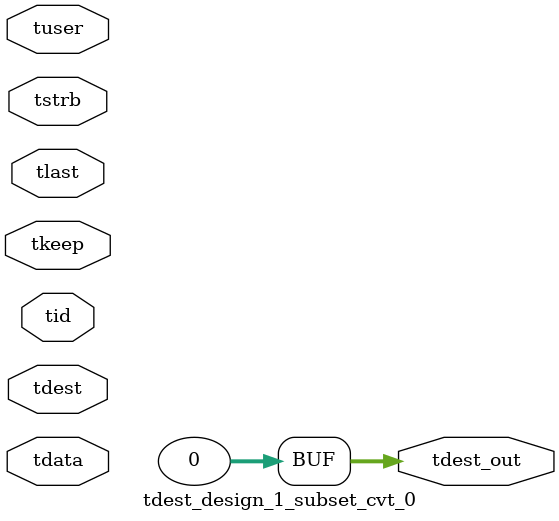
<source format=v>


`timescale 1ps/1ps

module tdest_design_1_subset_cvt_0 #
(
parameter C_S_AXIS_TDATA_WIDTH = 32,
parameter C_S_AXIS_TUSER_WIDTH = 0,
parameter C_S_AXIS_TID_WIDTH   = 0,
parameter C_S_AXIS_TDEST_WIDTH = 0,
parameter C_M_AXIS_TDEST_WIDTH = 32
)
(
input  [(C_S_AXIS_TDATA_WIDTH == 0 ? 1 : C_S_AXIS_TDATA_WIDTH)-1:0     ] tdata,
input  [(C_S_AXIS_TUSER_WIDTH == 0 ? 1 : C_S_AXIS_TUSER_WIDTH)-1:0     ] tuser,
input  [(C_S_AXIS_TID_WIDTH   == 0 ? 1 : C_S_AXIS_TID_WIDTH)-1:0       ] tid,
input  [(C_S_AXIS_TDEST_WIDTH == 0 ? 1 : C_S_AXIS_TDEST_WIDTH)-1:0     ] tdest,
input  [(C_S_AXIS_TDATA_WIDTH/8)-1:0 ] tkeep,
input  [(C_S_AXIS_TDATA_WIDTH/8)-1:0 ] tstrb,
input                                                                    tlast,
output [C_M_AXIS_TDEST_WIDTH-1:0] tdest_out
);

assign tdest_out = {1'b0};

endmodule


</source>
